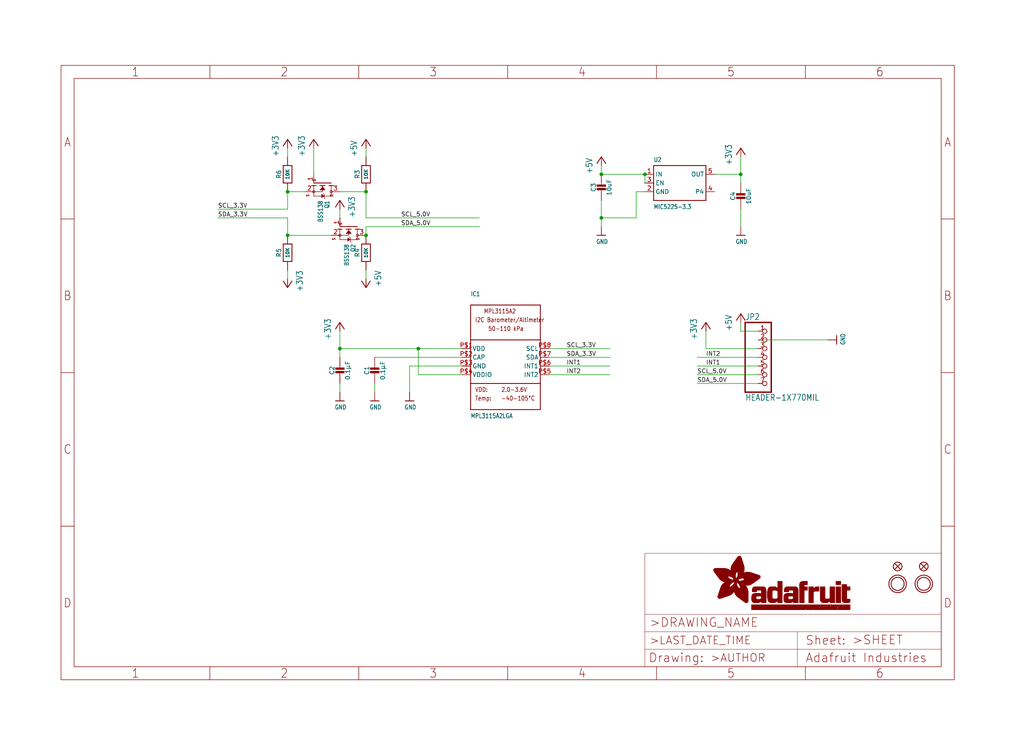
<source format=kicad_sch>
(kicad_sch (version 20211123) (generator eeschema)
  (paper "User" 298.45 218.313)
  (lib_symbols
    (symbol "MPL3115A2_v0.2-eagle-import:+3V3" (power)
      (property "Value" "+3V3" (at -2.54 -5.08 90))
      (symbol "+3V3_1_0"
        (pin power_in line (at 0 -2.54 90) (length 2.54) (name "+3V3") (number "1"))
      )
    )
    (symbol "MPL3115A2_v0.2-eagle-import:+5V" (power)
      (property "Value" "+5V" (at -2.54 -5.08 90))
      (symbol "+5V_1_0"
        (pin power_in line (at 0 -2.54 90) (length 2.54) (name "+5V") (number "1"))
      )
    )
    (symbol "MPL3115A2_v0.2-eagle-import:CAP_CERAMIC0805-NOOUTLINE"
      (property "Reference" "C" (at -2.29 1.25 90))
      (property "Value" "CAP_CERAMIC0805-NOOUTLINE" (at 2.3 1.25 90))
      (symbol "CAP_CERAMIC0805-NOOUTLINE_1_0"
        (pin passive line (at 0 5.08 270) (length 2.54) (name "1") (number "1"))
        (pin passive line (at 0 -2.54 90) (length 2.54) (name "2") (number "2"))
      )
    )
    (symbol "MPL3115A2_v0.2-eagle-import:FIDUCIAL{dblquote}{dblquote}")
    (symbol "MPL3115A2_v0.2-eagle-import:FRAME_A4_ADAFRUIT"
      (symbol "FRAME_A4_ADAFRUIT_0_0"
        (text "1" (at 21.6958 1.905 0) (effects (font (size 2.54 2.286))))
        (text "1" (at 21.6958 177.165 0) (effects (font (size 2.54 2.286))))
        (text "2" (at 65.0875 1.905 0) (effects (font (size 2.54 2.286))))
        (text "2" (at 65.0875 177.165 0) (effects (font (size 2.54 2.286))))
        (text "3" (at 108.4792 1.905 0) (effects (font (size 2.54 2.286))))
        (text "3" (at 108.4792 177.165 0) (effects (font (size 2.54 2.286))))
        (text "4" (at 151.8708 1.905 0) (effects (font (size 2.54 2.286))))
        (text "4" (at 151.8708 177.165 0) (effects (font (size 2.54 2.286))))
        (text "5" (at 195.2625 1.905 0) (effects (font (size 2.54 2.286))))
        (text "5" (at 195.2625 177.165 0) (effects (font (size 2.54 2.286))))
        (text "6" (at 238.6542 1.905 0) (effects (font (size 2.54 2.286))))
        (text "6" (at 238.6542 177.165 0) (effects (font (size 2.54 2.286))))
        (text "A" (at 1.905 156.6863 0) (effects (font (size 2.54 2.286))))
        (text "A" (at 258.445 156.6863 0) (effects (font (size 2.54 2.286))))
        (text "B" (at 1.905 111.9188 0) (effects (font (size 2.54 2.286))))
        (text "B" (at 258.445 111.9188 0) (effects (font (size 2.54 2.286))))
        (text "C" (at 1.905 67.1513 0) (effects (font (size 2.54 2.286))))
        (text "C" (at 258.445 67.1513 0) (effects (font (size 2.54 2.286))))
        (text "D" (at 1.905 22.3838 0) (effects (font (size 2.54 2.286))))
        (text "D" (at 258.445 22.3838 0) (effects (font (size 2.54 2.286))))
      )
      (symbol "FRAME_A4_ADAFRUIT_1_0"
        (text ">AUTHOR" (at 189.23 5.08 0) (effects (font (size 2.286 2.286)) (justify left bottom)))
        (text ">DRAWING_NAME" (at 171.45 15.24 0) (effects (font (size 2.54 2.54)) (justify left bottom)))
        (text ">LAST_DATE_TIME" (at 171.45 10.16 0) (effects (font (size 2.286 2.286)) (justify left bottom)))
        (text ">SHEET" (at 230.505 10.16 0) (effects (font (size 2.54 2.54)) (justify left bottom)))
        (text "Adafruit Industries" (at 216.916 4.953 0) (effects (font (size 2.54 2.54)) (justify left bottom)))
        (text "Drawing:" (at 171.196 4.953 0) (effects (font (size 2.54 2.54)) (justify left bottom)))
        (text "Sheet:" (at 216.916 10.033 0) (effects (font (size 2.54 2.54)) (justify left bottom)))
      )
    )
    (symbol "MPL3115A2_v0.2-eagle-import:GND" (power)
      (property "Value" "GND" (at -1.524 -2.54 0))
      (symbol "GND_1_0"
        (pin power_in line (at 0 2.54 270) (length 2.54) (name "GND") (number "1"))
      )
    )
    (symbol "MPL3115A2_v0.2-eagle-import:HEADER-1X770MIL"
      (property "Reference" "JP" (at -6.35 10.795 0))
      (property "Value" "HEADER-1X770MIL" (at -6.35 -12.7 0))
      (symbol "HEADER-1X770MIL_1_0"
        (pin passive inverted (at -2.54 7.62 0) (length 2.54) (name "1") (number "1"))
        (pin passive inverted (at -2.54 5.08 0) (length 2.54) (name "2") (number "2"))
        (pin passive inverted (at -2.54 2.54 0) (length 2.54) (name "3") (number "3"))
        (pin passive inverted (at -2.54 0 0) (length 2.54) (name "4") (number "4"))
        (pin passive inverted (at -2.54 -2.54 0) (length 2.54) (name "5") (number "5"))
        (pin passive inverted (at -2.54 -5.08 0) (length 2.54) (name "6") (number "6"))
        (pin passive inverted (at -2.54 -7.62 0) (length 2.54) (name "7") (number "7"))
      )
    )
    (symbol "MPL3115A2_v0.2-eagle-import:MOSFET-NWIDE"
      (property "Reference" "Q" (at 5.08 0.635 0))
      (property "Value" "MOSFET-NWIDE" (at 5.08 -1.27 0))
      (symbol "MOSFET-NWIDE_1_0"
        (text "D" (at 3.175 3.175 0) (effects (font (size 0.8128 0.6908)) (justify left bottom)))
        (text "G" (at -1.27 -1.905 0) (effects (font (size 0.8128 0.6908)) (justify left bottom)))
        (text "S" (at 3.175 -3.81 0) (effects (font (size 0.8128 0.6908)) (justify left bottom)))
        (pin bidirectional line (at -2.54 -2.54 0) (length 2.54) (name "G") (number "1"))
        (pin bidirectional line (at 2.54 -5.08 90) (length 2.54) (name "S") (number "2"))
        (pin bidirectional line (at 2.54 5.08 270) (length 2.54) (name "D") (number "3"))
      )
    )
    (symbol "MPL3115A2_v0.2-eagle-import:MOUNTINGHOLE2.5")
    (symbol "MPL3115A2_v0.2-eagle-import:MPL3115A2LGA"
      (property "Reference" "IC" (at -10.16 20.32 0))
      (property "Value" "MPL3115A2LGA" (at -10.16 -15.24 0))
      (symbol "MPL3115A2LGA_1_0"
        (text "-40-105°C" (at -1.27 -10.16 0) (effects (font (size 1.27 1.0795)) (justify left bottom)))
        (text "2.0-3.6V" (at -1.27 -7.62 0) (effects (font (size 1.27 1.0795)) (justify left bottom)))
        (text "50-110 kPa" (at -5.08 10.16 0) (effects (font (size 1.27 1.0795)) (justify left bottom)))
        (text "I2C Barometer/Altimeter" (at -8.89 12.7 0) (effects (font (size 1.27 1.0795)) (justify left bottom)))
        (text "MPL3115A2" (at -6.35 15.24 0) (effects (font (size 1.27 1.0795)) (justify left bottom)))
        (text "Temp:" (at -8.89 -10.16 0) (effects (font (size 1.27 1.0795)) (justify left bottom)))
        (text "VDD:" (at -8.89 -7.62 0) (effects (font (size 1.27 1.0795)) (justify left bottom)))
        (pin power_in line (at -12.7 5.08 0) (length 2.54) (name "VDD") (number "P$1"))
        (pin passive line (at -12.7 2.54 0) (length 2.54) (name "CAP") (number "P$2"))
        (pin power_in line (at -12.7 0 0) (length 2.54) (name "GND") (number "P$3"))
        (pin power_in line (at -12.7 -2.54 0) (length 2.54) (name "VDDIO") (number "P$4"))
        (pin output line (at 12.7 -2.54 180) (length 2.54) (name "INT2") (number "P$5"))
        (pin output line (at 12.7 0 180) (length 2.54) (name "INT1") (number "P$6"))
        (pin bidirectional line (at 12.7 2.54 180) (length 2.54) (name "SDA") (number "P$7"))
        (pin bidirectional line (at 12.7 5.08 180) (length 2.54) (name "SCL") (number "P$8"))
      )
    )
    (symbol "MPL3115A2_v0.2-eagle-import:RESISTOR0805_NOOUTLINE"
      (property "Reference" "R" (at 0 2.54 0))
      (property "Value" "RESISTOR0805_NOOUTLINE" (at 0 0 0))
      (symbol "RESISTOR0805_NOOUTLINE_1_0"
        (pin passive line (at -5.08 0 0) (length 2.54) (name "1") (number "1"))
        (pin passive line (at 5.08 0 180) (length 2.54) (name "2") (number "2"))
      )
    )
    (symbol "MPL3115A2_v0.2-eagle-import:VREG_SOT23-5"
      (property "Reference" "U" (at -7.62 6.096 0))
      (property "Value" "VREG_SOT23-5" (at -7.62 -7.62 0))
      (symbol "VREG_SOT23-5_1_0"
        (pin power_in line (at -10.16 2.54 0) (length 2.54) (name "IN") (number "1"))
        (pin power_in line (at -10.16 -2.54 0) (length 2.54) (name "GND") (number "2"))
        (pin input line (at -10.16 0 0) (length 2.54) (name "EN") (number "3"))
        (pin bidirectional line (at 10.16 -2.54 180) (length 2.54) (name "P4") (number "4"))
        (pin power_in line (at 10.16 2.54 180) (length 2.54) (name "OUT") (number "5"))
      )
    )
  )
  (junction (at 99.06 101.6))
  (junction (at 106.68 55.88))
  (junction (at 83.82 68.58))
  (junction (at 215.9 50.8))
  (junction (at 83.82 55.88))
  (junction (at 187.96 50.8))
  (junction (at 175.26 50.8))
  (junction (at 106.68 68.58))
  (junction (at 121.92 101.6))
  (junction (at 175.26 63.5))
  (wire (pts (xy 99.06 55.88) (xy 106.68 55.88)))
  (wire (pts (xy 106.68 81.28) (xy 106.68 78.74)))
  (wire (pts (xy 83.82 60.96) (xy 83.82 55.88)))
  (wire (pts (xy 134.62 106.68) (xy 119.38 106.68)))
  (wire (pts (xy 187.96 50.8) (xy 175.26 50.8)))
  (wire (pts (xy 91.44 50.8) (xy 91.44 43.18)))
  (wire (pts (xy 83.82 55.88) (xy 88.9 55.88)))
  (wire (pts (xy 185.42 55.88) (xy 185.42 63.5)))
  (wire (pts (xy 175.26 63.5) (xy 175.26 58.42)))
  (wire (pts (xy 220.98 111.76) (xy 203.2 111.76)))
  (wire (pts (xy 109.22 111.76) (xy 109.22 114.3)))
  (wire (pts (xy 185.42 63.5) (xy 175.26 63.5)))
  (wire (pts (xy 208.28 50.8) (xy 215.9 50.8)))
  (wire (pts (xy 83.82 81.28) (xy 83.82 78.74)))
  (wire (pts (xy 83.82 43.18) (xy 83.82 45.72)))
  (wire (pts (xy 83.82 68.58) (xy 83.82 63.5)))
  (wire (pts (xy 175.26 63.5) (xy 175.26 66.04)))
  (wire (pts (xy 99.06 96.52) (xy 99.06 101.6)))
  (wire (pts (xy 205.74 101.6) (xy 205.74 96.52)))
  (wire (pts (xy 83.82 60.96) (xy 63.5 60.96)))
  (wire (pts (xy 134.62 109.22) (xy 121.92 109.22)))
  (wire (pts (xy 134.62 101.6) (xy 121.92 101.6)))
  (wire (pts (xy 96.52 68.58) (xy 83.82 68.58)))
  (wire (pts (xy 106.68 66.04) (xy 139.7 66.04)))
  (wire (pts (xy 134.62 104.14) (xy 109.22 104.14)))
  (wire (pts (xy 215.9 50.8) (xy 215.9 53.34)))
  (wire (pts (xy 160.02 106.68) (xy 177.8 106.68)))
  (wire (pts (xy 175.26 48.26) (xy 175.26 50.8)))
  (wire (pts (xy 121.92 101.6) (xy 121.92 109.22)))
  (wire (pts (xy 160.02 104.14) (xy 177.8 104.14)))
  (wire (pts (xy 215.9 60.96) (xy 215.9 66.04)))
  (wire (pts (xy 215.9 50.8) (xy 215.9 45.72)))
  (wire (pts (xy 215.9 93.98) (xy 215.9 96.52)))
  (wire (pts (xy 106.68 43.18) (xy 106.68 45.72)))
  (wire (pts (xy 203.2 106.68) (xy 220.98 106.68)))
  (wire (pts (xy 99.06 111.76) (xy 99.06 114.3)))
  (wire (pts (xy 220.98 109.22) (xy 203.2 109.22)))
  (wire (pts (xy 121.92 101.6) (xy 99.06 101.6)))
  (wire (pts (xy 187.96 53.34) (xy 187.96 50.8)))
  (wire (pts (xy 106.68 55.88) (xy 106.68 63.5)))
  (wire (pts (xy 106.68 68.58) (xy 106.68 66.04)))
  (wire (pts (xy 187.96 55.88) (xy 185.42 55.88)))
  (wire (pts (xy 99.06 101.6) (xy 99.06 104.14)))
  (wire (pts (xy 215.9 96.52) (xy 220.98 96.52)))
  (wire (pts (xy 63.5 63.5) (xy 83.82 63.5)))
  (wire (pts (xy 99.06 60.96) (xy 99.06 63.5)))
  (wire (pts (xy 160.02 109.22) (xy 177.8 109.22)))
  (wire (pts (xy 160.02 101.6) (xy 177.8 101.6)))
  (wire (pts (xy 106.68 63.5) (xy 139.7 63.5)))
  (wire (pts (xy 119.38 106.68) (xy 119.38 114.3)))
  (wire (pts (xy 220.98 101.6) (xy 205.74 101.6)))
  (wire (pts (xy 220.98 104.14) (xy 203.2 104.14)))
  (wire (pts (xy 220.98 99.06) (xy 241.3 99.06)))
  (label "SCL_3.3V" (at 165.1 101.6 0) (effects (font (size 1.2446 1.2446))))
  (label "SCL_3.3V" (at 63.5 60.96 0) (effects (font (size 1.2446 1.2446))))
  (label "INT1" (at 165.1 106.68 0) (effects (font (size 1.2446 1.2446))))
  (label "SDA_3.3V" (at 165.1 104.14 0) (effects (font (size 1.2446 1.2446))))
  (label "SCL_5.0V" (at 116.84 63.5 0) (effects (font (size 1.2446 1.2446))))
  (label "INT1" (at 205.74 106.68 0) (effects (font (size 1.2446 1.2446))))
  (label "INT2" (at 165.1 109.22 0) (effects (font (size 1.2446 1.2446))))
  (label "SCL_5.0V" (at 203.2 109.22 0) (effects (font (size 1.2446 1.2446))))
  (label "SDA_5.0V" (at 203.2 111.76 0) (effects (font (size 1.2446 1.2446))))
  (label "SDA_5.0V" (at 116.84 66.04 0) (effects (font (size 1.2446 1.2446))))
  (label "SDA_3.3V" (at 63.5 63.5 0) (effects (font (size 1.2446 1.2446))))
  (label "INT2" (at 205.74 104.14 0) (effects (font (size 1.2446 1.2446))))
  (symbol (lib_id "MPL3115A2_v0.2-eagle-import:CAP_CERAMIC0805-NOOUTLINE") (at 175.26 55.88 0)
    (property "Reference" "C3" (at 172.97 54.63 90))
    (property "Value" "10uF" (at 177.56 54.63 90))
    (property "Footprint" "MPL3115A2_v0.2:0805-NO" (effects hide))
  )
  (symbol (lib_id "MPL3115A2_v0.2-eagle-import:+5V") (at 215.9 91.44 0) (unit 1)
    (property "Reference" "#P+5" (effects hide))
    (property "Value" "+5V" (at 213.36 96.52 90) (effects (font (size 1.778 1.5113)) (justify left bottom)))
    (property "Footprint" "MPL3115A2_v0.2:" (effects hide))
  )
  (symbol (lib_id "MPL3115A2_v0.2-eagle-import:+5V") (at 106.68 40.64 0) (unit 1)
    (property "Reference" "#P+1" (effects hide))
    (property "Value" "+5V" (at 104.14 45.72 90) (effects (font (size 1.778 1.5113)) (justify left bottom)))
    (property "Footprint" "MPL3115A2_v0.2:" (effects hide))
  )
  (symbol (lib_id "MPL3115A2_v0.2-eagle-import:MOSFET-NWIDE") (at 93.98 53.34 270)
    (property "Reference" "Q1" (at 94.615 58.42 0) (effects (font (size 1.27 1.0795)) (justify left bottom)))
    (property "Value" "BSS138" (at 92.71 58.42 0) (effects (font (size 1.27 1.0795)) (justify left bottom)))
    (property "Footprint" "MPL3115A2_v0.2:SOT23-WIDE" (effects hide))
  )
  (symbol (lib_id "MPL3115A2_v0.2-eagle-import:MPL3115A2LGA") (at 147.32 106.68 0)
    (property "Reference" "IC1" (at 137.16 86.36 0) (effects (font (size 1.27 1.0795)) (justify left bottom)))
    (property "Value" "MPL3115A2LGA" (at 137.16 121.92 0) (effects (font (size 1.27 1.0795)) (justify left bottom)))
    (property "Footprint" "MPL3115A2_v0.2:LGA8" (effects hide))
  )
  (symbol (lib_id "MPL3115A2_v0.2-eagle-import:CAP_CERAMIC0805-NOOUTLINE") (at 215.9 58.42 0)
    (property "Reference" "C4" (at 213.61 57.17 90))
    (property "Value" "10uF" (at 218.2 57.17 90))
    (property "Footprint" "MPL3115A2_v0.2:0805-NO" (effects hide))
  )
  (symbol (lib_id "MPL3115A2_v0.2-eagle-import:RESISTOR0805_NOOUTLINE") (at 83.82 50.8 90)
    (property "Reference" "R6" (at 81.28 50.8 0))
    (property "Value" "10K" (at 83.82 50.8 0) (effects (font (size 1.016 1.016) bold)))
    (property "Footprint" "MPL3115A2_v0.2:0805-NO" (effects hide))
  )
  (symbol (lib_id "MPL3115A2_v0.2-eagle-import:GND") (at 109.22 116.84 0) (unit 1)
    (property "Reference" "#U$10" (effects hide))
    (property "Value" "GND" (at 107.696 119.38 0) (effects (font (size 1.27 1.0795)) (justify left bottom)))
    (property "Footprint" "MPL3115A2_v0.2:" (effects hide))
  )
  (symbol (lib_id "MPL3115A2_v0.2-eagle-import:RESISTOR0805_NOOUTLINE") (at 83.82 73.66 90)
    (property "Reference" "R5" (at 81.28 73.66 0))
    (property "Value" "10K" (at 83.82 73.66 0) (effects (font (size 1.016 1.016) bold)))
    (property "Footprint" "MPL3115A2_v0.2:0805-NO" (effects hide))
  )
  (symbol (lib_id "MPL3115A2_v0.2-eagle-import:FIDUCIAL{dblquote}{dblquote}") (at 261.62 165.1 0) (unit 1)
    (property "Reference" "FID2" (effects hide))
    (property "Value" "FIDUCIAL{dblquote}{dblquote}" (effects hide))
    (property "Footprint" "MPL3115A2_v0.2:FIDUCIAL_1MM" (effects hide))
  )
  (symbol (lib_id "MPL3115A2_v0.2-eagle-import:GND") (at 243.84 99.06 90) (unit 1)
    (property "Reference" "#U$4" (effects hide))
    (property "Value" "GND" (at 246.38 100.584 0) (effects (font (size 1.27 1.0795)) (justify left bottom)))
    (property "Footprint" "MPL3115A2_v0.2:" (effects hide))
  )
  (symbol (lib_id "MPL3115A2_v0.2-eagle-import:MOSFET-NWIDE") (at 101.6 66.04 270)
    (property "Reference" "Q2" (at 102.235 71.12 0) (effects (font (size 1.27 1.0795)) (justify left bottom)))
    (property "Value" "BSS138" (at 100.33 71.12 0) (effects (font (size 1.27 1.0795)) (justify left bottom)))
    (property "Footprint" "MPL3115A2_v0.2:SOT23-WIDE" (effects hide))
  )
  (symbol (lib_id "MPL3115A2_v0.2-eagle-import:+5V") (at 106.68 83.82 180) (unit 1)
    (property "Reference" "#P+3" (effects hide))
    (property "Value" "+5V" (at 109.22 78.74 90) (effects (font (size 1.778 1.5113)) (justify left bottom)))
    (property "Footprint" "MPL3115A2_v0.2:" (effects hide))
  )
  (symbol (lib_id "MPL3115A2_v0.2-eagle-import:HEADER-1X770MIL") (at 223.52 104.14 0)
    (property "Reference" "JP2" (at 217.17 93.345 0) (effects (font (size 1.778 1.5113)) (justify left bottom)))
    (property "Value" "HEADER-1X770MIL" (at 217.17 116.84 0) (effects (font (size 1.778 1.5113)) (justify left bottom)))
    (property "Footprint" "MPL3115A2_v0.2:1X07_ROUND_70" (effects hide))
  )
  (symbol (lib_id "MPL3115A2_v0.2-eagle-import:MOUNTINGHOLE2.5") (at 269.24 170.18 0) (unit 1)
    (property "Reference" "U$8" (effects hide))
    (property "Value" "MOUNTINGHOLE2.5" (effects hide))
    (property "Footprint" "MPL3115A2_v0.2:MOUNTINGHOLE_2.5_PLATED" (effects hide))
  )
  (symbol (lib_id "MPL3115A2_v0.2-eagle-import:GND") (at 119.38 116.84 0) (unit 1)
    (property "Reference" "#U$3" (effects hide))
    (property "Value" "GND" (at 117.856 119.38 0) (effects (font (size 1.27 1.0795)) (justify left bottom)))
    (property "Footprint" "MPL3115A2_v0.2:" (effects hide))
  )
  (symbol (lib_id "MPL3115A2_v0.2-eagle-import:FIDUCIAL{dblquote}{dblquote}") (at 269.24 165.1 0) (unit 1)
    (property "Reference" "FID1" (effects hide))
    (property "Value" "FIDUCIAL{dblquote}{dblquote}" (effects hide))
    (property "Footprint" "MPL3115A2_v0.2:FIDUCIAL_1MM" (effects hide))
  )
  (symbol (lib_id "MPL3115A2_v0.2-eagle-import:+3V3") (at 215.9 43.18 0) (unit 1)
    (property "Reference" "#+3V6" (effects hide))
    (property "Value" "+3V3" (at 213.36 48.26 90) (effects (font (size 1.778 1.5113)) (justify left bottom)))
    (property "Footprint" "MPL3115A2_v0.2:" (effects hide))
  )
  (symbol (lib_id "MPL3115A2_v0.2-eagle-import:FRAME_A4_ADAFRUIT") (at 17.78 198.12 0) (unit 1)
    (property "Reference" "#U$1" (effects hide))
    (property "Value" "FRAME_A4_ADAFRUIT" (effects hide))
    (property "Footprint" "MPL3115A2_v0.2:" (effects hide))
  )
  (symbol (lib_id "MPL3115A2_v0.2-eagle-import:GND") (at 99.06 116.84 0) (unit 1)
    (property "Reference" "#U$11" (effects hide))
    (property "Value" "GND" (at 97.536 119.38 0) (effects (font (size 1.27 1.0795)) (justify left bottom)))
    (property "Footprint" "MPL3115A2_v0.2:" (effects hide))
  )
  (symbol (lib_id "MPL3115A2_v0.2-eagle-import:MOUNTINGHOLE2.5") (at 261.62 170.18 0) (unit 1)
    (property "Reference" "U$9" (effects hide))
    (property "Value" "MOUNTINGHOLE2.5" (effects hide))
    (property "Footprint" "MPL3115A2_v0.2:MOUNTINGHOLE_2.5_PLATED" (effects hide))
  )
  (symbol (lib_id "MPL3115A2_v0.2-eagle-import:+3V3") (at 91.44 40.64 0) (unit 1)
    (property "Reference" "#+3V2" (effects hide))
    (property "Value" "+3V3" (at 88.9 45.72 90) (effects (font (size 1.778 1.5113)) (justify left bottom)))
    (property "Footprint" "MPL3115A2_v0.2:" (effects hide))
  )
  (symbol (lib_id "MPL3115A2_v0.2-eagle-import:GND") (at 215.9 68.58 0) (unit 1)
    (property "Reference" "#U$2" (effects hide))
    (property "Value" "GND" (at 214.376 71.12 0) (effects (font (size 1.27 1.0795)) (justify left bottom)))
    (property "Footprint" "MPL3115A2_v0.2:" (effects hide))
  )
  (symbol (lib_id "MPL3115A2_v0.2-eagle-import:+3V3") (at 99.06 93.98 0) (unit 1)
    (property "Reference" "#+3V1" (effects hide))
    (property "Value" "+3V3" (at 96.52 99.06 90) (effects (font (size 1.778 1.5113)) (justify left bottom)))
    (property "Footprint" "MPL3115A2_v0.2:" (effects hide))
  )
  (symbol (lib_id "MPL3115A2_v0.2-eagle-import:+3V3") (at 99.06 58.42 0) (mirror y) (unit 1)
    (property "Reference" "#+3V3" (effects hide))
    (property "Value" "+3V3" (at 101.6 63.5 90) (effects (font (size 1.778 1.5113)) (justify left bottom)))
    (property "Footprint" "MPL3115A2_v0.2:" (effects hide))
  )
  (symbol (lib_id "MPL3115A2_v0.2-eagle-import:+3V3") (at 205.74 93.98 0) (unit 1)
    (property "Reference" "#+3V7" (effects hide))
    (property "Value" "+3V3" (at 203.2 99.06 90) (effects (font (size 1.778 1.5113)) (justify left bottom)))
    (property "Footprint" "MPL3115A2_v0.2:" (effects hide))
  )
  (symbol (lib_id "MPL3115A2_v0.2-eagle-import:+3V3") (at 83.82 83.82 180) (unit 1)
    (property "Reference" "#+3V5" (effects hide))
    (property "Value" "+3V3" (at 86.36 78.74 90) (effects (font (size 1.778 1.5113)) (justify left bottom)))
    (property "Footprint" "MPL3115A2_v0.2:" (effects hide))
  )
  (symbol (lib_id "MPL3115A2_v0.2-eagle-import:CAP_CERAMIC0805-NOOUTLINE") (at 99.06 109.22 0)
    (property "Reference" "C2" (at 96.77 107.97 90))
    (property "Value" "0.1µF" (at 101.36 107.97 90))
    (property "Footprint" "MPL3115A2_v0.2:0805-NO" (effects hide))
  )
  (symbol (lib_id "MPL3115A2_v0.2-eagle-import:+3V3") (at 83.82 40.64 0) (unit 1)
    (property "Reference" "#+3V4" (effects hide))
    (property "Value" "+3V3" (at 81.28 45.72 90) (effects (font (size 1.778 1.5113)) (justify left bottom)))
    (property "Footprint" "MPL3115A2_v0.2:" (effects hide))
  )
  (symbol (lib_id "MPL3115A2_v0.2-eagle-import:VREG_SOT23-5") (at 198.12 53.34 0)
    (property "Reference" "U2" (at 190.5 47.244 0) (effects (font (size 1.27 1.0795)) (justify left bottom)))
    (property "Value" "MIC5225-3.3" (at 190.5 60.96 0) (effects (font (size 1.27 1.0795)) (justify left bottom)))
    (property "Footprint" "MPL3115A2_v0.2:SOT23-5" (effects hide))
  )
  (symbol (lib_id "MPL3115A2_v0.2-eagle-import:GND") (at 175.26 68.58 0) (unit 1)
    (property "Reference" "#U$13" (effects hide))
    (property "Value" "GND" (at 173.736 71.12 0) (effects (font (size 1.27 1.0795)) (justify left bottom)))
    (property "Footprint" "MPL3115A2_v0.2:" (effects hide))
  )
  (symbol (lib_id "MPL3115A2_v0.2-eagle-import:RESISTOR0805_NOOUTLINE") (at 106.68 50.8 90)
    (property "Reference" "R3" (at 104.14 50.8 0))
    (property "Value" "10K" (at 106.68 50.8 0) (effects (font (size 1.016 1.016) bold)))
    (property "Footprint" "MPL3115A2_v0.2:0805-NO" (effects hide))
  )
  (symbol (lib_id "MPL3115A2_v0.2-eagle-import:+5V") (at 175.26 45.72 0) (unit 1)
    (property "Reference" "#P+4" (effects hide))
    (property "Value" "+5V" (at 172.72 50.8 90) (effects (font (size 1.778 1.5113)) (justify left bottom)))
    (property "Footprint" "MPL3115A2_v0.2:" (effects hide))
  )
  (symbol (lib_id "MPL3115A2_v0.2-eagle-import:CAP_CERAMIC0805-NOOUTLINE") (at 109.22 109.22 0)
    (property "Reference" "C1" (at 106.93 107.97 90))
    (property "Value" "0.1µF" (at 111.52 107.97 90))
    (property "Footprint" "MPL3115A2_v0.2:0805-NO" (effects hide))
  )
  (symbol (lib_id "MPL3115A2_v0.2-eagle-import:RESISTOR0805_NOOUTLINE") (at 106.68 73.66 90)
    (property "Reference" "R4" (at 104.14 73.66 0))
    (property "Value" "10K" (at 106.68 73.66 0) (effects (font (size 1.016 1.016) bold)))
    (property "Footprint" "MPL3115A2_v0.2:0805-NO" (effects hide))
  )
)
</source>
